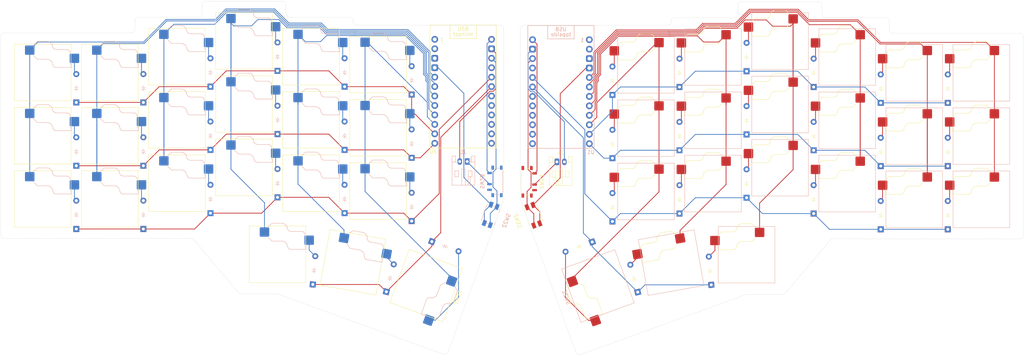
<source format=kicad_pcb>
(kicad_pcb (version 20241229) (generator "pcbnew") (generator_version "9.0")
  (layers (0 "F.Cu" signal) (2 "B.Cu" signal) (13 "F.Paste" user) (15 "B.Paste" user) (5 "F.SilkS" user "F.Silkscreen") (7 "B.SilkS" user "B.Silkscreen") (1 "F.Mask" user) (3 "B.Mask" user) (25 "Edge.Cuts" user))
  (net 0 "")
  (net 1 "Net-(D1-A)")
  (net 2 "Row 1")
  (net 3 "Net-(D2-A)")
  (net 4 "Net-(D3-A)")
  (net 5 "Net-(D4-A)")
  (net 6 "Net-(D5-A)")
  (net 7 "Net-(D6-A)")
  (net 8 "Column 6")
  (net 9 "Net-(D7-A)")
  (net 10 "Net-(D8-A)")
  (net 11 "Net-(D9-A)")
  (net 12 "Net-(D10-A)")
  (net 13 "Net-(D11-A)")
  (net 14 "Net-(D12-A)")
  (net 15 "Net-(D13-A)")
  (net 16 "Net-(D14-A)")
  (net 17 "Net-(D15-A)")
  (net 18 "Net-(D16-A)")
  (net 19 "Net-(D17-A)")
  (net 20 "Net-(D18-A)")
  (net 21 "Net-(D19-A)")
  (net 22 "Row 4")
  (net 23 "Net-(D20-A)")
  (net 24 "Net-(D21-A)")
  (net 25 "Column 1")
  (net 26 "Column 2")
  (net 27 "Column 3")
  (net 28 "Column 4")
  (net 29 "Column 5")
  (net 30 "Row 2")
  (net 31 "Row 3")
  (net 32 "Bat+")
  (net 33 "Net-(J1-Pin_1)")
  (net 41 "GND(Battery)")
  (net 43 "GND(Reset)")
  (net 46 "Reset")
  (footprint "MountingHole:MountingHole_2.2mm_M2" (layer "F.Cu") (at 123.322496 96.625)
    (property "Reference" "REF**" (hide yes))
    (property "Value" "MountingHole_2.2mm_M2" (hide yes))
  )
  (footprint "ScottoKeebs_Hotswap:Hotswap_Choc_V1_1.00u" (layer "F.Cu") (at 109.822496 98.75)
    (property "Reference" "SW18" (hide yes))
    (property "Value" "Keyswitch" (hide yes))
  )
  (footprint "ScottoKeebs_Components:Diode_DO-35" (layer "F.Cu") (at 244.7 75.035 90)
    (property "Reference" "D2" (hide yes))
    (property "Value" "1N4148" (hide yes))
  )
  (footprint "ScottoKeebs_Components:Diode_DO-35" (layer "F.Cu") (at 226.7 87.785 90)
    (property "Reference" "D9" (hide yes))
    (property "Value" "1N4148" (hide yes))
  )
  (footprint "ScottoKeebs_Hotswap:Hotswap_Choc_V1_1.00u" (layer "F.Cu") (at 73.822496 75.375)
    (property "Reference" "SW10" (hide yes))
    (property "Value" "Keyswitch" (hide yes))
  )
  (footprint "ScottoKeebs_Components:Diode_DO-35" (layer "F.Cu") (at 226.7 70.785 90)
    (property "Reference" "D3" (hide yes))
    (property "Value" "1N4148" (hide yes))
  )
  (footprint "ScottoKeebs_Hotswap:Hotswap_Choc_V1_1.00u" (layer "F.Cu") (at 37.822496 100.875)
    (property "Reference" "SW14" (hide yes))
    (property "Value" "Keyswitch" (hide yes))
  )
  (footprint "ScottoKeebs_Components:Diode_DO-35" (layer "F.Cu") (at 208.7 100.535 90)
    (property "Reference" "D16" (hide yes))
    (property "Value" "1N4148" (hide yes))
  )
  (footprint "ScottoKeebs_Components:Diode_DO-35" (layer "F.Cu") (at 208.7 66.535 90)
    (property "Reference" "D4" (hide yes))
    (property "Value" "1N4148" (hide yes))
  )
  (footprint "ScottoKeebs_Hotswap:Hotswap_Choc_V1_1.00u" (layer "F.Cu") (at 19.822496 100.875)
    (property "Reference" "SW13" (hide yes))
    (property "Value" "Keyswitch" (hide yes))
  )
  (footprint "Button_Switch_SMD:Panasonic_EVQPUJ_EVQPUA" (layer "F.Cu") (at 151.5 105.25 110)
    (property "Reference" "SW22")
    (property "Value" "SW_Push")
  )
  (footprint "ScottoKeebs_Components:Diode_DO-35" (layer "F.Cu") (at 172.7 89.91 90)
    (property "Reference" "D12" (hide yes))
    (property "Value" "1N4148" (hide yes))
  )
  (footprint "ScottoKeebs_Components:Diode_DO-35" (layer "F.Cu") (at 244.7 109.035 90)
    (property "Reference" "D14" (hide yes))
    (property "Value" "1N4148" (hide yes))
  )
  (footprint "ScottoKeebs_Hotswap:Hotswap_Choc_V1_1.00u" (layer "F.Cu") (at 82.822496 115.75)
    (property "Reference" "SW19" (hide yes))
    (property "Value" "Keyswitch" (hide yes))
  )
  (footprint "ScottoKeebs_Hotswap:Hotswap_Choc_V1_1.00u" (layer "F.Cu") (at 91.822496 79.625)
    (property "Reference" "SW11" (hide yes))
    (property "Value" "Keyswitch" (hide yes))
  )
  (footprint "ScottoKeebs_Components:Diode_DO-35" (layer "F.Cu") (at 179.486099 125.905177 105)
    (property "Reference" "D20" (hide yes))
    (property "Value" "1N4148" (hide yes))
  )
  (footprint "ScottoKeebs_Hotswap:Hotswap_Choc_V1_1.00u" (layer "F.Cu") (at 91.822496 62.625)
    (property "Reference" "SW5" (hide yes))
    (property "Value" "Keyswitch" (hide yes))
  )
  (footprint "ScottoKeebs_Components:Diode_DO-35" (layer "F.Cu") (at 190.7 87.785 90)
    (property "Reference" "D11" (hide yes))
    (property "Value" "1N4148" (hide yes))
  )
  (footprint "ScottoKeebs_Hotswap:Hotswap_Choc_V1_1.00u" (layer "F.Cu") (at 73.822496 92.375)
    (property "Reference" "SW16" (hide yes))
    (property "Value" "Keyswitch" (hide yes))
  )
  (footprint "MountingHole:MountingHole_2.2mm_M2" (layer "F.Cu") (at 10.822496 109.375)
    (property "Reference" "REF**" (hide yes))
    (property "Value" "MountingHole_2.2mm_M2" (hide yes))
  )
  (footprint "ScottoKeebs_Components:Diode_DO-35" (layer "F.Cu") (at 167.28023 112.421904 -160)
    (property "Reference" "D21" (hide yes))
    (property "Value" "1N4148" (hide yes))
  )
  (footprint "Connector_JST:JST_PH_S2B-PH-K_1x02_P2.00mm_Horizontal" (layer "F.Cu") (at 157.8 90.9)
    (property "Reference" "J1")
    (property "Value" "Conn_01x02")
  )
  (footprint "ScottoKeebs_Components:Diode_DO-35" (layer "F.Cu") (at 190.7 104.785 90)
    (property "Reference" "D17" (hide yes))
    (property "Value" "1N4148" (hide yes))
  )
  (footprint "ScottoKeebs_Components:Diode_DO-35" (layer "F.Cu") (at 199.232063 123.945502 95)
    (property "Reference" "D19" (hide yes))
    (property "Value" "1N4148" (hide yes))
  )
  (footprint "ScottoKeebs_Components:Diode_DO-35" (layer "F.Cu") (at 262.7 109.035 90)
    (property "Reference" "D13" (hide yes))
    (property "Value" "1N4148" (hide yes))
  )
  (footprint "ScottoKeebs_Components:Switch_MSK12C02" (layer "F.Cu") (at 149.8 96.25 90)
    (property "Reference" "SW23")
    (property "Value" "SW_SPST")
  )
  (footprint "ScottoKeebs_Hotswap:Hotswap_Choc_V1_1.00u" (layer "F.Cu") (at 55.822496 79.625)
    (property "Reference" "SW9" (hide yes))
    (property "Value" "Keyswitch" (hide yes))
  )
  (footprint "MountingHole:MountingHole_2.2mm_M2" (layer "F.Cu") (at 10.822496 58.375)
    (property "Reference" "REF**" (hide yes))
    (property "Value" "MountingHole_2.2mm_M2" (hide yes))
  )
  (footprint "supermini:SuperMini_nRF52840_H_USBup" (layer "F.Cu") (at 132.642496 71.94)
    (property "Reference" "U1")
    (property "Value" "SuperMini nRF52840")
  )
  (footprint "ScottoKeebs_Components:Diode_DO-35" (layer "F.Cu") (at 244.7 92.035 90)
    (property "Reference" "D8" (hide yes))
    (property "Value" "1N4148" (hide yes))
  )
  (footprint "ScottoKeebs_Hotswap:Hotswap_Choc_V1_1.00u" (layer "F.Cu") (at 73.822496 58.375)
    (property "Reference" "SW4" (hide yes))
    (property "Value" "Keyswitch" (hide yes))
  )
  (footprint "ScottoKeebs_Components:Diode_DO-35" (layer "F.Cu") (at 262.7 92.035 90)
    (property "Reference" "D7" (hide yes))
    (property "Value" "1N4148" (hide yes))
  )
  (footprint "MountingHole:MountingHole_2.2mm_M2" (layer "F.Cu") (at 64.822496 49.875)
    (property "Reference" "REF**" (hide yes))
    (property "Value" "MountingHole_2.2mm_M2" (hide yes))
  )
  (footprint "ScottoKeebs_Components:Diode_DO-35" (layer "F.Cu") (at 226.7 104.785 90)
    (property "Reference" "D15" (hide yes))
    (property "Value" "1N4148" (hide yes))
  )
  (footprint "MountingHole:MountingHole_2.2mm_M2" (layer "F.Cu") (at 126.522496 138.75)
    (property "Reference" "REF**" (hide yes))
    (property "Value" "MountingHole_2.2mm_M2" (hide yes))
  )
  (footprint "ScottoKeebs_Hotswap:Hotswap_Choc_V1_1.00u" (layer "F.Cu") (at 19.822496 83.875)
    (property "Reference" "SW7" (hide yes))
    (property "Value" "Keyswitch" (hide yes))
  )
  (footprint "ScottoKeebs_Components:Diode_DO-35" (layer "F.Cu") (at 190.7 70.785 90)
    (property "Reference" "D5" (hide yes))
    (property "Value" "1N4148" (hide yes))
  )
  (footprint "ScottoKeebs_Hotswap:Hotswap_Choc_V1_1.00u" (layer "F.Cu") (at 109.822496 64.75)
    (property "Reference" "SW6" (hide yes))
    (property "Value" "Keyswitch" (hide yes))
  )
  (footprint "ScottoKeebs_Hotswap:Hotswap_Choc_V1_1.00u" (layer "F.Cu") (at 55.822496 62.625)
    (property "Reference" "SW3" (hide yes))
    (property "Value" "Keyswitch" (hide yes))
  )
  (footprint "ScottoKeebs_Components:Diode_DO-35" (layer "F.Cu") (at 172.7 72.91 90)
    (property "Reference" "D6" (hide yes))
    (property "Value" "1N4148" (hide yes))
  )
  (footprint "MountingHole:MountingHole_2.2mm_M2" (layer "F.Cu") (at 121.072496 56.25)
    (property "Reference" "REF**" (hide yes))
    (property "Value" "MountingHole_2.2mm_M2" (hide yes))
  )
  (footprint "ScottoKeebs_Components:Diode_DO-35" (layer "F.Cu") (at 262.7 75.035 90)
    (property "Reference" "D1" (hide yes))
    (property "Value" "1N4148" (hide yes))
  )
  (footprint "ScottoKeebs_Components:Diode_DO-35" (layer "F.Cu") (at 172.7 106.91 90)
    (property "Reference" "D18" (hide yes))
    (property "Value" "1N4148" (hide yes))
  )
  (footprint "ScottoKeebs_Hotswap:Hotswap_Choc_V1_1.00u" (layer "F.Cu") (at 19.822496 66.875)
    (property "Reference" "SW1" (hide yes))
    (property "Value" "Keyswitch" (hide yes))
  )
  (footprint "ScottoKeebs_Hotswap:Hotswap_Choc_V1_1.00u" (layer "F.Cu") (at 103.072496 117.875 -10)
    (property "Reference" "SW20" (hide yes))
    (property "Value" "Keyswitch" (hide yes))
  )
  (footprint "ScottoKeebs_Hotswap:Hotswap_Choc_V1_1.00u" (layer "F.Cu") (at 37.822496 83.875)
    (property "Reference" "SW8" (hide yes))
    (property "Value" "Keyswitch" (hide yes))
  )
  (footprint "ScottoKeebs_Hotswap:Hotswap_Choc_V1_1.50u" (layer "F.Cu") (at 122.722496 124.15 -110)
    (property "Reference" "SW21")
    (property "Value" "Keyswitch")
  )
  (footprint "MountingHole:MountingHole_2.2mm_M2" (layer "F.Cu") (at 67.072496 111.5)
    (property "Reference" "REF**" (hide yes))
    (property "Value" "MountingHole_2.2mm_M2" (hide yes))
  )
  (footprint "ScottoKeebs_Hotswap:Hotswap_Choc_V1_1.00u" (layer "F.Cu") (at 55.822496 96.625)
    (property "Reference" "SW15" (hide yes))
    (property "Value" "Keyswitch" (hide yes))
  )
  (footprint "ScottoKeebs_Hotswap:Hotswap_Choc_V1_1.00u" (layer "F.Cu") (at 91.822496 96.625)
    (property "Reference" "SW17" (hide yes))
    (property "Value" "Keyswitch" (hide yes))
  )
  (footprint "ScottoKeebs_Hotswap:Hotswap_Choc_V1_1.00u" (layer "F.Cu") (at 37.822496 66.875)
    (property "Reference" "SW2" (hide yes))
    (property "Value" "Keyswitch" (hide yes))
  )
  (footprint "ScottoKeebs_Components:Diode_DO-35" (layer "F.Cu") (at 208.7 83.535 90)
    (property "Reference" "D10" (hide yes))
    (property "Value" "1N4148" (hide yes))
  )
  (footprint "ScottoKeebs_Hotswap:Hotswap_Choc_V1_1.00u" (layer "F.Cu") (at 109.822496 81.75)
    (property "Reference" "SW12" (hide yes))
    (property "Value" "Keyswitch" (hide yes))
  )
  (footprint "ScottoKeebs_Hotswap:Hotswap_Choc_V1_1.00u" (layer "B.Cu") (at 253.7 83.975 180)
    (property "Reference" "SW8" (hide yes))
    (property "Value" "Keyswitch" (hide yes))
  )
  (footprint "ScottoKeebs_Components:Diode_DO-35" (layer "B.Cu") (at 100.822496 70.685 90)
    (property "Reference" "D5" (hide yes))
    (property "Value" "1N4148" (hide yes))
  )
  (footprint "MountingHole:MountingHole_2.2mm_M2" (layer "B.Cu") (at 224.45 111.6 180)
    (property "Reference" "REF**" (hide yes))
    (property "Value" "MountingHole_2.2mm_M2" (hide yes))
  )
  (footprint "ScottoKeebs_Components:Diode_DO-35" (layer "B.Cu") (at 28.822496 108.935 90)
    (property "Reference" "D13" (hide yes))
    (property "Value" "1N4148" (hide yes))
  )
  (footprint "ScottoKeebs_Hotswap:Hotswap_Choc_V1_1.00u" (layer "B.Cu") (at 235.7 79.725 180)
    (property "Reference" "SW9" (hide yes))
    (property "Value" "Keyswitch" (hide yes))
  )
  (footprint "ScottoKeebs_Components:Diode_DO-35" (layer "B.Cu") (at 28.822496 91.935 90)
    (property "Reference" "D7" (hide yes))
    (property "Value" "1N4148" (hide yes))
  )
  (footprint "MountingHole:MountingHole_2.2mm_M2" (layer "B.Cu") (at 168.2 96.725 180)
    (property "Reference" "REF**" (hide yes))
    (property "Value" "MountingHole_2.2mm_M2" (hide yes))
  )
  (footprint "MountingHole:MountingHole_2.2mm_M2" (layer "B.Cu") (at 165 138.85 180)
    (property "Reference" "REF**" (hide yes))
    (property "Value" "MountingHole_2.2mm_M2" (hide yes))
  )
  (footprint "ScottoKeebs_Components:Diode_DO-35" (layer "B.Cu") (at 92.290433 123.845502 85)
    (property "Reference" "D19" (hide yes))
    (property "Value" "1N4148" (hide yes))
  )
  (footprint "ScottoKeebs_Hotswap:Hotswap_Choc_V1_1.50u" (layer "B.Cu") (at 168.8 124.25 -70)
    (property "Reference" "SW21")
    (property "Value" "Keyswitch")
  )
  (footprint "ScottoKeebs_Components:Diode_DO-35" (layer "B.Cu") (at 100.822496 87.685 90)
    (property "Reference" "D11" (hide yes))
    (property "Value" "1N4148" (hide yes))
  )
  (footprint "ScottoKeebs_Hotswap:Hotswap_Choc_V1_1.00u" (layer "B.Cu") (at 217.7 92.475 180)
    (property "Reference" "SW16" (hide yes))
    (property "Value" "Keyswitch" (hide yes))
  )
  (footprint "ScottoKeebs_Hotswap:Hotswap_Choc_V1_1.00u" (layer "B.Cu") (at 181.7 81.85 180)
    (property "Reference" "SW12" (hide yes))
    (property "Value" "Keyswitch" (hide yes))
  )
  (footprint "MountingHole:MountingHole_2.2mm_M2" (layer "B.Cu") (at 280.7 58.475 180)
    (property "Reference" "REF**" (hide yes))
    (property "Value" "MountingHole_2.2mm_M2" (hide yes))
  )
  (footprint "ScottoKeebs_Components:Diode_DO-35" (layer "B.Cu") (at 118.822496 89.81 90)
    (property "Reference" "D12" (hide yes))
    (property "Value" "1N4148" (hide yes))
  )
  (footprint "MountingHole:MountingHole_2.2mm_M2" (layer "B.Cu") (at 226.7 49.975 180)
    (property "Reference" "REF**" (hide yes))
    (property "Value" "MountingHole_2.2mm_M2" (hide yes))
  )
  (footprint "ScottoKeebs_Hotswap:Hotswap_Choc_V1_1.00u" (layer "B.Cu") (at 199.7 96.725 180)
    (property "Reference" "SW17" (hide yes))
    (property "Value" "Keyswitch" (hide yes))
  )
  (footprint "ScottoKeebs_Components:Diode_DO-35" (layer "B.Cu") (at 28.822496 74.935 90)
    (property "Reference" "D1" (hide yes))
    (property "Value" "1N4148" (hide yes))
  )
  (footprint "ScottoKeebs_Hotswap:Hotswap_Choc_V1_1.00u" (layer "B.Cu") (at 235.7 62.725 180)
    (property "Reference" "SW3" (hide yes))
    (property "Value" "Keyswitch" (hide yes))
  )
  (footprint "ScottoKeebs_Components:Diode_DO-35" (layer "B.Cu") (at 82.822496 100.435 90)
    (property "Reference" "D16" (hide yes))
    (property "Value" "1N4148" (hide yes))
  )
  (footprint "ScottoKeebs_Components:Diode_DO-35" (layer "B.Cu") (at 46.822496 108.935 90)
    (property "Reference" "D14" (hide yes))
    (property "Value" "1N4148" (hide yes))
  )
  (footprint "ScottoKeebs_Components:Switch_MSK12C02" (layer "B.Cu") (at 141.722496 96.15 90)
    (property "Reference" "SW23")
    (property "Value" "SW_SPST")
  )
  (footprint "ScottoKeebs_Hotswap:Hotswap_Choc_V1_1.00u" (layer "B.Cu") (at 188.45 117.975 -170)
    (property "Reference" "SW20" (hide yes))
    (property "Value" "Keyswitch" (hide yes))
  )
  (footprint "ScottoKeebs_Hotswap:Hotswap_Choc_V1_1.00u" (layer "B.Cu") (at 253.7 66.975 180)
    (property "Reference" "SW2" (hide yes))
    (property "Value" "Keyswitch" (hide yes))
  )
  (footprint "ScottoKeebs_Components:Diode_DO-35" (layer "B.Cu") (at 82.822496 66.435 90)
    (property "Reference" "D4" (hide yes))
    (property "Value" "1N4148" (hide yes))
  )
  (footprint "ScottoKeebs_Hotswap:Hotswap_Choc_V1_1.00u" (layer "B.Cu") (at 235.7 96.725 180)
    (property "Reference" "SW15" (hide yes))
    (property "Value" "Keyswitch" (hide yes))
  )
  (footprint "supermini:SuperMini_nRF52840_H_USBup" (layer "B.Cu") (at 158.88 72.04 180)
    (property "Reference" "U1")
    (property "Value" "SuperMini nRF52840")
  )
  (footprint "ScottoKeebs_Components:Diode_DO-35" (layer "B.Cu") (at 118.822496 72.81 90)
    (property "Reference" "D6" (hide yes))
    (property "Value" "1N4148" (hide yes))
  )
  (footprint "ScottoKeebs_Components:Diode_DO-35" (layer "B.Cu") (at 82.822496 83.435 90)
    (property "Reference" "D10" (hide yes))
    (property "Value" "1N4148" (hide yes))
  )
  (footprint "ScottoKeebs_Components:Diode_DO-35" (layer "B.Cu") (at 100.822496 104.685 90)
    (property "Reference" "D17" (hide yes))
    (property "Value" "1N4148" (hide yes))
  )
  (footprint "ScottoKeebs_Hotswap:Hotswap_Choc_V1_1.00u" (layer "B.Cu") (at 181.7 98.85 180)
    (property "Reference" "SW18" (hide yes))
    (property "Value" "Keyswitch" (hide yes))
  )
  (footprint "ScottoKeebs_Hotswap:Hotswap_Choc_V1_1.00u" (layer "B.Cu") (at 208.7 115.85 180)
    (property "Reference" "SW19" (hide yes))
    (property "Value" "Keyswitch" (hide yes))
  )
  (footprint "ScottoKeebs_Components:Diode_DO-35" (layer "B.Cu") (at 124.242266 112.321904 -20)
    (property "Reference" "D21" (hide yes))
    (property "Value" "1N4148" (hide yes))
  )
  (footprint "ScottoKeebs_Hotswap:Hotswap_Choc_V1_1.00u" (layer "B.Cu") (at 271.7 66.975 180)
    (property "Reference" "SW1" (hide yes))
    (property "Value" "Keyswitch" (hide yes))
  )
  (footprint "ScottoKeebs_Components:Diode_DO-35" (layer "B.Cu") (at 112.036397 125.805177 75)
    (property "Reference" "D20" (hide yes))
    (property "Value" "1N4148" (hide yes))
  )
  (footprint "Button_Switch_SMD:Panasonic_EVQPUJ_EVQPUA" (layer "B.Cu") (at 140.022496 105.15 70)
    (property "Reference" "SW22")
    (property "Value" "SW_Push")
  )
  (footprint "ScottoKeebs_Components:Diode_DO-35" (layer "B.Cu") (at 64.822496 104.685 90)
    (property "Reference" "D15" (hide yes))
    (property "Value" "1N4148" (hide yes))
  )
  (footprint "ScottoKeebs_Components:Diode_DO-35" (layer "B.Cu") (at 46.822496 91.935 90)
    (property "Reference" "D8" (hide yes))
    (property "Value" "1N4148" (hide yes))
  )
  (footprint "ScottoKeebs_Hotswap:Hotswap_Choc_V1_1.00u" (layer "B.Cu") (at 271.7 100.975 180)
    (property "Reference" "SW13" (hide yes))
    (property "Value" "Keyswitch" (hide yes))
  )
  (footprint "ScottoKeebs_Hotswap:Hotswap_Choc_V1_1.00u" (layer "B.Cu") (at 217.7 75.475 180)
    (property "Reference" "SW10" (hide yes))
    (property "Value" "Keyswitch" (hide yes))
  )
  (footprint "ScottoKeebs_Components:Diode_DO-35" (layer "B.Cu") (at 64.822496 87.685 90)
    (property "Reference" "D9" (hide yes))
    (property "Value" "1N4148" (hide yes))
  )
  (footprint "ScottoKeebs_Hotswap:Hotswap_Choc_V1_1.00u" (layer "B.Cu") (at 199.7 79.725 180)
    (property "Reference" "SW11" (hide yes))
    (property "Value" "Keyswitch" (hide yes))
  )
  (footprint "ScottoKeebs_Hotswap:Hotswap_Choc_V1_1.00u" (layer "B.Cu") (at 217.7 58.475 180)
    (property "Reference" "SW4" (hide yes))
    (property "Value" "Keyswitch" (hide yes))
  )
  (footprint "ScottoKeebs_Hotswap:Hotswap_Choc_V1_1.00u" (layer "B.Cu") (at 253.7 100.975 180)
    (property "Reference" "SW14" (hide yes))
    (property "Value" "Keyswitch" (hide yes))
  )
  (footprint "ScottoKeebs_Components:Diode_DO-35" (layer "B.Cu") (at 46.822496 74.935 90)
    (property "Reference" "D2" (hide yes))
    (property "Value" "1N4148" (hide yes))
  )
  (footprint "Connector_JST:JST_PH_S2B-PH-K_1x02_P2.00mm_Horizontal" (layer "B.Cu") (at 133.722496 90.8 180)
    (property "Reference" "J1")
    (property "Value" "Conn_01x02")
  )
  (footprint "ScottoKeebs_Hotswap:Hotswap_Choc_V1_1.00u" (layer "B.Cu") (at 199.7 62.725 180)
    (property "Reference" "SW5" (hide yes))
    (property "Value" "Keyswitch" (hide yes))
  )
  (footprint "ScottoKeebs_Hotswap:Hotswap_Choc_V1_1.00u" (layer "B.Cu") (at 271.7 83.975 180)
    (property "Reference" "SW7" (hide yes))
    (property "Value" "Keyswitch" (hide yes))
  )
  (footprint "MountingHole:MountingHole_2.2mm_M2" (layer "B.Cu") (at 170.45 56.35 180)
    (property "Reference" "REF**" (hide yes))
    (property "Value" "MountingHole_2.2mm_M2" (hide yes))
  )
  (footprint "ScottoKeebs_Components:Diode_DO-35" (layer "B.Cu") (at 64.822496 70.685 90)
    (property "Reference" "D3" (hide yes))
    (property "Value" "1N4148" (hide yes))
  )
  (footprint "ScottoKeebs_Hotswap:Hotswap_Choc_V1_1.00u" (layer "B.Cu") (at 181.7 64.85 180)
    (property "Reference" "SW6" (hide yes))
    (property "Value" "Keyswitch" (hide yes))
  )
  (footprint "MountingHole:MountingHole_2.2mm_M2" (layer "B.Cu") (at 280.7 109.475 180)
    (property "Reference" "REF**" (hide yes))
    (property "Value" "MountingHole_2.2mm_M2" (hide yes))
  )
  (footprint "ScottoKeebs_Components:Diode_DO-35" (layer "B.Cu") (at 118.822496 106.81 90)
    (property "Reference" "D18" (hide yes))
    (property "Value" "1N4148" (hide yes))
  )
  (gr_arc (start 142.552496 54.125) (mid 143.272637 54.410716) (end 143.572696 55.125) (stroke (width 0.05)) (layer "Edge.Cuts"))
  (gr_arc (start 62.572496 51) (mid 62.279603 51.707107) (end 61.572496 52) (stroke (width 0.05)) (layer "Edge.Cuts"))
  (gr_line (start 8.572496 110.5) (end 8.572496 57.25) (stroke (width 0.05)) (layer "Edge.Cuts"))
  (gr_arc (start 247.95 56.35) (mid 247.242893 56.057107) (end 246.95 55.35) (stroke (width 0.05)) (layer "Edge.Cuts"))
  (gr_line (start 228.95 51.1) (end 228.95 48.85) (stroke (width 0.05)) (layer "Edge.Cuts"))
  (gr_line (start 173.869545 139.164308) (end 164.195375 142.685906) (stroke (width 0.05)) (layer "Edge.Cuts"))
  (gr_line (start 60.322482 111.804701) (end 72.345585 126.020758) (stroke (width 0.05)) (layer "Edge.Cuts"))
  (gr_arc (start 9.572496 111.5) (mid 8.865389 111.207107) (end 8.572496 110.5) (stroke (width 0.05)) (layer "Edge.Cuts"))
  (gr_line (start 281.95 56.35) (end 247.95 56.35) (stroke (width 0.05)) (layer "Edge.Cuts"))
  (gr_line (start 245.95 52.1) (end 229.95 52.1) (stroke (width 0.05)) (layer "Edge.Cuts"))
  (gr_line (start 117.652951 139.064308) (end 82.954449 126.435306) (stroke (width 0.05)) (layer "Edge.Cuts"))
  (gr_arc (start 231.200014 111.904701) (mid 231.543148 111.643119) (end 231.964547 111.55046) (stroke (width 0.05)) (layer "Edge.Cuts"))
  (gr_line (start 218.413369 126.475) (end 208.910062 126.475) (stroke (width 0.05)) (layer "Edge.Cuts"))
  (gr_line (start 281.95 111.6) (end 231.964547 111.55046) (stroke (width 0.05)) (layer "Edge.Cuts"))
  (gr_line (start 187.45 54.225) (end 148.97 54.225) (stroke (width 0.05)) (layer "Edge.Cuts"))
  (gr_line (start 227.95 47.85) (end 207.45 47.85) (stroke (width 0.05)) (layer "Edge.Cuts"))
  (gr_line (start 143.512195 101.038209) (end 128.608885 141.988223) (stroke (width 0.05)) (layer "Edge.Cuts"))
  (gr_arc (start 102.072496 52) (mid 102.779603 52.292893) (end 103.072496 53) (stroke (width 0.05)) (layer "Edge.Cuts"))
  (gr_line (start 103.072496 53) (end 103.072496 53.125) (stroke (width 0.05)) (layer "Edge.Cuts"))
  (gr_arc (start 188.45 53.225) (mid 188.157107 53.932107) (end 187.45 54.225) (stroke (width 0.05)) (layer "Edge.Cuts"))
  (gr_line (start 246.95 55.35) (end 246.95 53.1) (stroke (width 0.05)) (layer "Edge.Cuts"))
  (gr_line (start 62.572496 51) (end 62.572496 48.75) (stroke (width 0.05)) (layer "Edge.Cuts"))
  (gr_arc (start 164.195375 142.685906) (mid 163.430692 142.652547) (end 162.913611 142.088223) (stroke (width 0.05)) (layer "Edge.Cuts"))
  (gr_arc (start 62.572496 48.75) (mid 62.865389 48.042893) (end 63.572496 47.75) (stroke (width 0.05)) (layer "Edge.Cuts"))
  (gr_line (start 147.95 55.225) (end 147.95 100.796207) (stroke (width 0.05)) (layer "Edge.Cuts"))
  (gr_line (start 231.200014 111.904701) (end 219.176911 126.120758) (stroke (width 0.05)) (layer "Edge.Cuts"))
  (gr_arc (start 44.572496 53) (mid 44.865389 52.292893) (end 45.572496 52) (stroke (width 0.05)) (layer "Edge.Cuts"))
  (gr_arc (start 282.95 110.6) (mid 282.657107 111.307107) (end 281.95 111.6) (stroke (width 0.05)) (layer "Edge.Cuts"))
  (gr_arc (start 8.572496 57.25) (mid 8.865389 56.542893) (end 9.572496 56.25) (stroke (width 0.05)) (layer "Edge.Cuts"))
  (gr_line (start 143.572496 55.125) (end 143.572496 100.696207) (stroke (width 0.05)) (layer "Edge.Cuts"))
  (gr_arc (start 206.45 48.85) (mid 206.742893 48.142893) (end 207.45 47.85) (stroke (width 0.05)) (layer "Edge.Cuts"))
  (gr_arc (start 245.95 52.1) (mid 246.657107 52.392893) (end 246.95 53.1) (stroke (width 0.05)) (layer "Edge.Cuts"))
  (gr_arc (start 147.9498 55.225) (mid 148.249859 54.510716) (end 148.97 54.225) (stroke (width 0.05)) (layer "Edge.Cuts"))
  (gr_arc (start 143.572496 100.696207) (mid 143.557304 100.869845) (end 143.512195 101.038209) (stroke (width 0.05)) (layer "Edge.Cuts"))
  (gr_line (start 117.652951 139.064308) (end 127.327121 142.585906) (stroke (width 0.05)) (layer "Edge.Cuts"))
  (gr_line (start 9.572496 56.25) (end 43.572496 56.25) (stroke (width 0.05)) (layer "Edge.Cuts"))
  (gr_line (start 9.572496 111.5) (end 59.557949 111.45046) (stroke (width 0.05)) (layer "Edge.Cuts"))
  (gr_arc (start 206.45 51.1) (mid 206.157107 51.807107) (end 205.45 52.1) (stroke (width 0.05)) (layer "Edge.Cuts"))
  (gr_arc (start 104.072496 54.125) (mid 103.365389 53.832107) (end 103.072496 53.125) (stroke (width 0.05)) (layer "Edge.Cuts"))
  (gr_line (start 85.072496 48.75) (end 85.072496 51) (stroke (width 0.05)) (layer "Edge.Cuts"))
  (gr_arc (start 188.45 53.1) (mid 188.742893 52.392893) (end 189.45 52.1) (stroke (width 0.05)) (layer "Edge.Cuts"))
  (gr_line (start 173.869545 139.164308) (end 208.568047 126.535306) (stroke (width 0.05)) (layer "Edge.Cuts"))
  (gr_line (start 205.45 52.1) (end 189.45 52.1) (stroke (width 0.05)) (layer "Edge.Cuts"))
  (gr_line (start 73.109127 126.375) (end 82.612434 126.375) (stroke (width 0.05)) (layer "Edge.Cuts"))
  (gr_arc (start 128.608885 141.988223) (mid 128.09179 142.552516) (end 127.327121 142.585906) (stroke (width 0.05)) (layer "Edge.Cuts"))
  (gr_line (start 63.572496 47.75) (end 84.072496 47.75) (stroke (width 0.05)) (layer "Edge.Cuts"))
  (gr_arc (start 84.072496 47.75) (mid 84.779603 48.042893) (end 85.072496 48.75) (stroke (width 0.05)) (layer "Edge.Cuts"))
  (gr_line (start 86.072496 52) (end 102.072496 52) (stroke (width 0.05)) (layer "Edge.Cuts"))
  (gr_arc (start 281.95 56.35) (mid 282.657107 56.642893) (end 282.95 57.35) (stroke (width 0.05)) (layer "Edge.Cuts"))
  (gr_arc (start 44.572496 55.25) (mid 44.279603 55.957107) (end 43.572496 56.25) (stroke (width 0.05)) (layer "Edge.Cuts"))
  (gr_line (start 188.45 53.1) (end 188.45 53.225) (stroke (width 0.05)) (layer "Edge.Cuts"))
  (gr_line (start 104.072496 54.125) (end 142.552496 54.125) (stroke (width 0.05)) (layer "Edge.Cuts"))
  (gr_arc (start 208.568047 126.535306) (mid 208.736418 126.490204) (end 208.910062 126.475) (stroke (width 0.05)) (layer "Edge.Cuts"))
  (gr_arc (start 219.176911 126.120758) (mid 218.834232 126.382141) (end 218.413369 126.475) (stroke (width 0.05)) (layer "Edge.Cuts"))
  (gr_arc (start 229.95 52.1) (mid 229.242893 51.807107) (end 228.95 51.1) (stroke (width 0.05)) (layer "Edge.Cuts"))
  (gr_arc (start 227.95 47.85) (mid 228.657107 48.142893) (end 228.95 48.85) (stroke (width 0.05)) (layer "Edge.Cuts"))
  (gr_arc (start 148.010301 101.138209) (mid 147.965194 100.969845) (end 147.95 100.796207) (stroke (width 0.05)) (layer "Edge.Cuts"))
  (gr_line (start 148.010301 101.138209) (end 162.913611 142.088223) (stroke (width 0.05)) (layer "Edge.Cuts"))
  (gr_line (start 44.572496 55.25) (end 44.572496 53) (stroke (width 0.05)) (layer "Edge.Cuts"))
  (gr_line (start 45.572496 52) (end 61.572496 52) (stroke (width 0.05)) (layer "Edge.Cuts"))
  (gr_line (start 282.95 110.6) (end 282.95 57.35) (stroke (width 0.05)) (layer "Edge.Cuts"))
  (gr_line (start 206.45 48.85) (end 206.45 51.1) (stroke (width 0.05)) (layer "Edge.Cuts"))
  (gr_arc (start 73.109127 126.375) (mid 72.688262 126.282138) (end 72.345585 126.020758) (stroke (width 0.05)) (layer "Edge.Cuts"))
  (gr_arc (start 59.557949 111.45046) (mid 59.979348 111.543124) (end 60.322482 111.804701) (stroke (width 0.05)) (layer "Edge.Cuts"))
  (gr_arc (start 82.612434 126.375) (mid 82.786078 126.390198) (end 82.954449 126.435306) (stroke (width 0.05)) (layer "Edge.Cuts"))
  (gr_arc (start 86.072496 52) (mid 85.365389 51.707107) (end 85.072496 51) (stroke (width 0.05)) (layer "Edge.Cuts"))
  (segment (start 263.2 66.915) (end 262.7 67.415) (width 0.2) (layer "F.Cu") (net 1))
  (segment (start 263.2 63.175) (end 263.2 66.915) (width 0.2) (layer "F.Cu") (net 1))
  (segment (start 28.322496 63.075) (end 28.322496 66.815) (width 0.2) (layer "B.Cu") (net 1))
  (segment (start 28.322496 66.815) (end 28.822496 67.315) (width 0.2) (layer "B.Cu") (net 1))
  (segment (start 51.072496 70.685) (end 64.822496 70.685) (width 0.2) (layer "F.Cu") (net 2))
  (segment (start 125.022496 83.37) (end 118.822496 77.17) (width 0.2) (layer "F.Cu") (net 2))
  (segment (start 64.822496 70.685) (end 69.072496 66.435) (width 0.2) (layer "F.Cu") (net 2))
  (segment (start 82.822496 66.435) (end 96.572496 66.435) (width 0.2) (layer "F.Cu") (net 2))
  (segment (start 69.072496 66.435) (end 82.822496 66.435) (width 0.2) (layer "F.Cu") (net 2))
  (segment (start 46.822496 74.935) (end 51.072496 70.685) (width 0.2) (layer "F.Cu") (net 2))
  (segment (start 116.697496 70.685) (end 118.822496 72.81) (width 0.2) (layer "F.Cu") (net 2))
  (segment (start 28.822496 74.935) (end 46.822496 74.935) (width 0.2) (layer "F.Cu") (net 2))
  (segment (start 100.822496 70.685) (end 116.697496 70.685) (width 0.2) (layer "F.Cu") (net 2))
  (segment (start 96.572496 66.435) (end 100.822496 70.685) (width 0.2) (layer "F.Cu") (net 2))
  (segment (start 118.822496 77.17) (end 118.822496 72.81) (width 0.2) (layer "F.Cu") (net 2))
  (segment (start 172.7 77.27) (end 172.7 72.91) (width 0.2) (layer "B.Cu") (net 2))
  (segment (start 226.7 70.785) (end 222.45 66.535) (width 0.2) (layer "B.Cu") (net 2))
  (segment (start 166.5 83.47) (end 172.7 77.27) (width 0.2) (layer "B.Cu") (net 2))
  (segment (start 222.45 66.535) (end 208.7 66.535) (width 0.2) (layer "B.Cu") (net 2))
  (segment (start 244.7 75.035) (end 240.45 70.785) (width 0.2) (layer "B.Cu") (net 2))
  (segment (start 194.95 66.535) (end 190.7 70.785) (width 0.2) (layer "B.Cu") (net 2))
  (segment (start 190.7 70.785) (end 174.825 70.785) (width 0.2) (layer "B.Cu") (net 2))
  (segment (start 208.7 66.535) (end 194.95 66.535) (width 0.2) (layer "B.Cu") (net 2))
  (segment (start 262.7 75.035) (end 244.7 75.035) (width 0.2) (layer "B.Cu") (net 2))
  (segment (start 174.825 70.785) (end 172.7 72.91) (width 0.2) (layer "B.Cu") (net 2))
  (segment (start 240.45 70.785) (end 226.7 70.785) (width 0.2) (layer "B.Cu") (net 2))
  (segment (start 245.2 66.915) (end 244.7 67.415) (width 0.2) (layer "F.Cu") (net 3))
  (segment (start 245.2 63.175) (end 245.2 66.915) (width 0.2) (layer "F.Cu") (net 3))
  (segment (start 46.322496 63.075) (end 46.322496 66.815) (width 0.2) (layer "B.Cu") (net 3))
  (segment (start 46.322496 66.815) (end 46.822496 67.315) (width 0.2) (layer "B.Cu") (net 3))
  (segment (start 227.2 62.665) (end 226.7 63.165) (width 0.2) (layer "F.Cu") (net 4))
  (segment (start 227.2 58.925) (end 227.2 62.665) (width 0.2) (layer "F.Cu") (net 4))
  (segment (start 64.322496 62.565) (end 64.822496 63.065) (width 0.2) (layer "B.Cu") (net 4))
  (segment (start 64.322496 58.825) (end 64.322496 62.565) (width 0.2) (layer "B.Cu") (net 4))
  (segment (start 209.2 54.675) (end 209.2 58.415) (width 0.2) (layer "F.Cu") (net 5))
  (segment (start 209.2 58.415) (end 208.7 58.915) (width 0.2) (layer "F.Cu") (net 5))
  (segment (start 82.322496 58.315) (end 82.822496 58.815) (width 0.2) (layer "B.Cu") (net 5))
  (segment (start 82.322496 54.575) (end 82.322496 58.315) (width 0.2) (layer "B.Cu") (net 5))
  (segment (start 191.2 62.665) (end 190.7 63.165) (width 0.2) (layer "F.Cu") (net 6))
  (segment (start 191.2 58.925) (end 191.2 62.665) (width 0.2) (layer "F.Cu") (net 6))
  (segment (start 100.322496 58.825) (end 100.322496 62.565) (width 0.2) (layer "B.Cu") (net 6))
  (segment (start 100.322496 62.565) (end 100.822496 63.065) (width 0.2) (layer "B.Cu") (net 6))
  (segment (start 173.2 64.79) (end 172.7 65.29) (width 0.2) (layer "F.Cu") (net 7))
  (segment (start 173.2 61.05) (end 173.2 64.79) (width 0.2) (layer "F.Cu") (net 7))
  (segment (start 118.322496 60.95) (end 118.322496 64.69) (width 0.2) (layer "B.Cu") (net 7))
  (segment (start 118.322496 64.69) (end 118.822496 65.19) (width 0.2) (layer "B.Cu") (net 7))
  (segment (start 161.964774 122.195915) (end 161.964774 123.013197) (width 0.2) (layer "F.Cu") (net 8))
  (segment (start 185.2 98.960689) (end 161.964774 122.195915) (width 0.2) (layer "F.Cu") (net 8))
  (segment (start 185.2 92.85) (end 185.2 98.960689) (width 0.2) (layer "F.Cu") (net 8))
  (segment (start 168.501 74.981785) (end 168.501 78.929) (width 0.2) (layer "F.Cu") (net 8))
  (segment (start 168.501 78.929) (end 166.5 80.93) (width 0.2) (layer "F.Cu") (net 8))
  (segment (start 185.2 58.85) (end 184.632785 58.85) (width 0.2) (layer "F.Cu") (net 8))
  (segment (start 185.2 75.85) (end 185.2 92.85) (width 0.2) (layer "F.Cu") (net 8))
  (segment (start 185.2 58.85) (end 185.2 75.85) (width 0.2) (layer "F.Cu") (net 8))
  (segment (start 184.632785 58.85) (end 168.501 74.981785) (width 0.2) (layer "F.Cu") (net 8))
  (segment (start 106.322496 58.75) (end 106.322496 75.75) (width 0.2) (layer "B.Cu") (net 8))
  (segment (start 106.889711 58.75) (end 123.021496 74.881785) (width 0.2) (layer "B.Cu") (net 8))
  (segment (start 106.322496 58.75) (end 106.889711 58.75) (width 0.2) (layer "B.Cu") (net 8))
  (segment (start 123.021496 78.829) (end 125.022496 80.83) (width 0.2) (layer "B.Cu") (net 8))
  (segment (start 106.322496 92.75) (end 106.322496 98.860689) (width 0.2) (layer "B.Cu") (net 8))
  (segment (start 106.322496 75.75) (end 106.322496 92.75) (width 0.2) (layer "B.Cu") (net 8))
  (segment (start 123.021496 74.881785) (end 123.021496 78.829) (width 0.2) (layer "B.Cu") (net 8))
  (segment (start 129.557722 122.095915) (end 129.557722 122.913197) (width 0.2) (layer "B.Cu") (net 8))
  (segment (start 106.322496 98.860689) (end 129.557722 122.095915) (width 0.2) (layer "B.Cu") (net 8))
  (segment (start 263.2 80.175) (end 263.2 83.915) (width 0.2) (layer "F.Cu") (net 9))
  (segment (start 263.2 83.915) (end 262.7 84.415) (width 0.2) (layer "F.Cu") (net 9))
  (segment (start 28.322496 80.075) (end 28.322496 83.815) (width 0.2) (layer "B.Cu") (net 9))
  (segment (start 28.322496 83.815) (end 28.822496 84.315) (width 0.2) (layer "B.Cu") (net 9))
  (segment (start 245.2 80.175) (end 245.2 83.915) (width 0.2) (layer "F.Cu") (net 10))
  (segment (start 245.2 83.915) (end 244.7 84.415) (width 0.2) (layer "F.Cu") (net 10))
  (segment (start 46.322496 80.075) (end 46.322496 83.815) (width 0.2) (layer "B.Cu") (net 10))
  (segment (start 46.322496 83.815) (end 46.822496 84.315) (width 0.2) (layer "B.Cu") (net 10))
  (segment (start 227.2 79.665) (end 226.7 80.165) (width 0.2) (layer "F.Cu") (net 11))
  (segment (start 227.2 75.925) (end 227.2 79.665) (width 0.2) (layer "F.Cu") (net 11))
  (segment (start 64.322496 75.825) (end 64.322496 79.565) (width 0.2) (layer "B.Cu") (net 11))
  (segment (start 64.322496 79.565) (end 64.822496 80.065) (width 0.2) (layer "B.Cu") (net 11))
  (segment (start 209.2 71.675) (end 209.2 75.415) (width 0.2) (layer "F.Cu") (net 12))
  (segment (start 209.2 75.415) (end 208.7 75.915) (width 0.2) (layer "F.Cu") (net 12))
  (segment (start 82.322496 71.575) (end 82.322496 75.315) (width 0.2) (layer "B.Cu") (net 12))
  (segment (start 82.322496 75.315) (end 82.822496 75.815) (width 0.2) (layer "B.Cu") (net 12))
  (segment (start 191.2 79.665) (end 190.7 80.165) (width 0.2) (layer "F.Cu") (net 13))
  (segment (start 191.2 75.925) (end 191.2 79.665) (width 0.2) (layer "F.Cu") (net 13))
  (segment (start 100.322496 75.825) (end 100.322496 79.565) (width 0.2) (layer "B.Cu") (net 13))
  (segment (start 100.322496 79.565) (end 100.822496 80.065) (width 0.2) (layer "B.Cu") (net 13))
  (segment (start 173.2 78.05) (end 173.2 81.79) (width 0.2) (layer "F.Cu") (net 14))
  (segment (start 173.2 81.79) (end 172.7 82.29) (width 0.2) (layer "F.Cu") (net 14))
  (segment (start 118.322496 81.69) (end 118.822496 82.19) (width 0.2) (layer "B.Cu") (net 14))
  (segment (start 118.322496 77.95) (end 118.322496 81.69) (width 0.2) (layer "B.Cu") (net 14))
  (segment (start 263.2 100.915) (end 262.7 101.415) (width 0.2) (layer "F.Cu") (net 15))
  (segment (start 263.2 97.175) (end 263.2 100.915) (width 0.2) (layer "F.Cu") (net 15))
  (segment (start 28.322496 97.075) (end 28.322496 100.815) (width 0.2) (layer "B.Cu") (net 15))
  (segment (start 28.322496 100.815) (end 28.822496 101.315) (width 0.2) (layer "B.Cu") (net 15))
  (segment (start 245.2 100.915) (end 244.7 101.415) (width 0.2) (layer "F.Cu") (net 16))
  (segment (start 245.2 97.175) (end 245.2 100.915) (width 0.2) (layer "F.Cu") (net 16))
  (segment (start 46.322496 100.815) (end 46.822496 101.315) (width 0.2) (layer "B.Cu") (net 16))
  (segment (start 46.322496 97.075) (end 46.322496 100.815) (width 0.2) (layer "B.Cu") (net 16))
  (segment (start 227.2 92.925) (end 227.2 96.665) (width 0.2) (layer "F.Cu") (net 17))
  (segment (start 227.2 96.665) (end 226.7 97.165) (width 0.2) (layer "F.Cu") (net 17))
  (segment (start 64.322496 96.565) (end 64.822496 97.065) (width 0.2) (layer "B.Cu") (net 17))
  (segment (start 64.322496 92.825) (end 64.322496 96.565) (width 0.2) (layer "B.Cu") (net 17))
  (segment (start 209.2 92.415) (end 208.7 92.915) (width 0.2) (layer "F.Cu") (net 18))
  (segment (start 209.2 88.675) (end 209.2 92.415) (width 0.2) (layer "F.Cu") (net 18))
  (segment (start 82.322496 88.575) (end 82.322496 92.315) (width 0.2) (layer "B.Cu") (net 18))
  (segment (start 82.322496 92.315) (end 82.822496 92.815) (width 0.2) (layer "B.Cu") (net 18))
  (segment (start 191.2 96.665) (end 190.7 97.165) (width 0.2) (layer "F.Cu") (net 19))
  (segment (start 191.2 92.925) (end 191.2 96.665) (width 0.2) (layer "F.Cu") (net 19))
  (segment (start 100.322496 96.565) (end 100.822496 97.065) (width 0.2) (layer "B.Cu") (net 19))
  (segment (start 100.322496 92.825) (end 100.322496 96.565) (width 0.2) (layer "B.Cu") (net 19))
  (segment (start 173.2 95.05) (end 173.2 98.79) (width 0.2) (layer "F.Cu") (net 20))
  (segment (start 173.2 98.79) (end 172.7 99.29) (width 0.2) (layer "F.Cu") (net 20))
  (segment (start 118.322496 94.95) (end 118.322496 98.69) (width 0.2) (layer "B.Cu") (net 20))
  (segment (start 118.322496 98.69) (end 118.822496 99.19) (width 0.2) (layer "B.Cu") (net 20))
  (segment (start 200.2 112.05) (end 200.2 114.722434) (width 0.2) (layer "F.Cu") (net 21))
  (segment (start 200.2 114.722434) (end 198.567936 116.354498) (width 0.2) (layer "F.Cu") (net 21))
  (segment (start 91.322496 111.95) (end 91.322496 114.622434) (width 0.2) (layer "B.Cu") (net 21))
  (segment (start 91.322496 114.622434) (end 92.95456 116.254498) (width 0.2) (layer "B.Cu") (net 21))
  (segment (start 112.036397 125.805177) (end 124.242266 113.599308) (width 0.2) (layer "F.Cu") (net 22))
  (segment (start 140.262496 70.67) (end 126.624496 84.308) (width 0.2) (layer "F.Cu") (net 22))
  (segment (start 126.624496 109.939674) (end 124.242266 112.321904) (width 0.2) (layer "F.Cu") (net 22))
  (segment (start 126.624496 84.308) (end 126.624496 109.939674) (width 0.2) (layer "F.Cu") (net 22))
  (segment (start 110.076722 123.845502) (end 112.036397 125.805177) (width 0.2) (layer "F.Cu") (net 22))
  (segment (start 92.290433 123.845502) (end 110.076722 123.845502) (width 0.2) (layer "F.Cu") (net 22))
  (segment (start 124.242266 113.599308) (end 124.242266 112.321904) (width 0.2) (layer "F.Cu") (net 22))
  (segment (start 164.898 110.039674) (end 167.28023 112.421904) (width 0.2) (layer "B.Cu") (net 22))
  (segment (start 199.232063 123.945502) (end 181.445774 123.945502) (width 0.2) (layer "B.Cu") (net 22))
  (segment (start 164.898 84.408) (end 164.898 110.039674) (width 0.2) (layer "B.Cu") (net 22))
  (segment (start 181.445774 123.945502) (end 179.486099 125.905177) (width 0.2) (layer "B.Cu") (net 22))
  (segment (start 167.28023 113.699308) (end 167.28023 112.421904) (width 0.2) (layer "B.Cu") (net 22))
  (segment (start 151.26 70.77) (end 164.898 84.408) (width 0.2) (layer "B.Cu") (net 22))
  (segment (start 179.486099 125.905177) (end 167.28023 113.699308) (width 0.2) (layer "B.Cu") (net 22))
  (segment (start 179.419271 115.70874) (end 179.419271 116.639449) (width 0.2) (layer "F.Cu") (net 23))
  (segment (start 179.419271 116.639449) (end 177.513898 118.544822) (width 0.2) (layer "F.Cu") (net 23))
  (segment (start 112.103225 116.539449) (end 114.008598 118.444822) (width 0.2) (layer "B.Cu") (net 23))
  (segment (start 112.103225 115.60874) (end 112.103225 116.539449) (width 0.2) (layer "B.Cu") (net 23))
  (segment (start 166.31504 133.537064) (end 160.119772 127.341796) (width 0.2) (layer "F.Cu") (net 24))
  (segment (start 168.13634 133.537064) (end 166.31504 133.537064) (width 0.2) (layer "F.Cu") (net 24))
  (segment (start 160.119772 127.341796) (end 160.119772 115.028097) (width 0.2) (layer "F.Cu") (net 24))
  (segment (start 131.402724 127.241796) (end 131.402724 114.928097) (width 0.2) (layer "B.Cu") (net 24))
  (segment (start 123.386156 133.437064) (end 125.207456 133.437064) (width 0.2) (layer "B.Cu") (net 24))
  (segment (start 125.207456 133.437064) (end 131.402724 127.241796) (width 0.2) (layer "B.Cu") (net 24))
  (segment (start 209.441 49.899) (end 205.64 53.7) (width 0.2) (layer "F.Cu") (net 25))
  (segment (start 244.652674 58.798) (end 238.575776 52.721102) (width 0.2) (layer "F.Cu") (net 25))
  (segment (start 195.151001 55.448999) (end 173.711001 55.448999) (width 0.2) (layer "F.Cu") (net 25))
  (segment (start 196.9 53.7) (end 195.151001 55.448999) (width 0.2) (layer "F.Cu") (net 25))
  (segment (start 275.2 77.975) (end 275.2 94.975) (width 0.2) (layer "F.Cu") (net 25))
  (segment (start 273.023 58.798) (end 244.652674 58.798) (width 0.2) (layer "F.Cu") (net 25))
  (segment (start 225.39429 52.721102) (end 222.572188 49.899) (width 0.2) (layer "F.Cu") (net 25))
  (segment (start 275.2 60.975) (end 273.023 58.798) (width 0.2) (layer "F.Cu") (net 25))
  (segment (start 167.701 61.459) (end 167.701 67.029) (width 0.2) (layer "F.Cu") (net 25))
  (segment (start 222.572188 49.899) (end 209.441 49.899) (width 0.2) (layer "F.Cu") (net 25))
  (segment (start 167.701 67.029) (end 166.5 68.23) (width 0.2) (layer "F.Cu") (net 25))
  (segment (start 205.64 53.7) (end 196.9 53.7) (width 0.2) (layer "F.Cu") (net 25))
  (segment (start 238.575776 52.721102) (end 225.39429 52.721102) (width 0.2) (layer "F.Cu") (net 25))
  (segment (start 275.2 60.975) (end 275.2 77.975) (width 0.2) (layer "F.Cu") (net 25))
  (segment (start 173.711001 55.448999) (end 167.701 61.459) (width 0.2) (layer "F.Cu") (net 25))
  (segment (start 18.499496 58.698) (end 46.869822 58.698) (width 0.2) (layer "B.Cu") (net 25))
  (segment (start 123.821496 66.929) (end 125.022496 68.13) (width 0.2) (layer "B.Cu") (net 25))
  (segment (start 123.821496 61.359) (end 123.821496 66.929) (width 0.2) (layer "B.Cu") (net 25))
  (segment (start 66.128206 52.621102) (end 68.950308 49.799) (width 0.2) (layer "B.Cu") (net 25))
  (segment (start 16.322496 60.875) (end 18.499496 58.698) (width 0.2) (layer "B.Cu") (net 25))
  (segment (start 52.94672 52.621102) (end 66.128206 52.621102) (width 0.2) (layer "B.Cu") (net 25))
  (segment (start 96.371495 55.348999) (end 117.811495 55.348999) (width 0.2) (layer "B.Cu") (net 25))
  (segment (start 117.811495 55.348999) (end 123.821496 61.359) (width 0.2) (layer "B.Cu") (net 25))
  (segment (start 94.622496 53.6) (end 96.371495 55.348999) (width 0.2) (layer "B.Cu") (net 25))
  (segment (start 82.081496 49.799) (end 85.882496 53.6) (width 0.2) (layer "B.Cu") (net 25))
  (segment (start 16.322496 77.875) (end 16.322496 94.875) (width 0.2) (layer "B.Cu") (net 25))
  (segment (start 85.882496 53.6) (end 94.622496 53.6) (width 0.2) (layer "B.Cu") (net 25))
  (segment (start 68.950308 49.799) (end 82.081496 49.799) (width 0.2) (layer "B.Cu") (net 25))
  (segment (start 46.869822 58.698) (end 52.94672 52.621102) (width 0.2) (layer "B.Cu") (net 25))
  (segment (start 16.322496 60.875) (end 16.322496 77.875) (width 0.2) (layer "B.Cu") (net 25))
  (segment (start 167.701 67.594686) (end 167.701 68.727471) (width 0.2) (layer "F.Cu") (net 26))
  (segment (start 166.5 69.928471) (end 166.5 70.77) (width 0.2) (layer "F.Cu") (net 26))
  (segment (start 209.605686 50.3) (end 205.805685 54.1) (width 0.2) (layer "F.Cu") (net 26))
  (segment (start 225.22919 53.123102) (end 224.807088 52.701) (width 0.2) (layer "F.Cu") (net 26))
  (segment (start 224.807088 52.701) (end 224.805674 52.701) (width 0.2) (layer "F.Cu") (net 26))
  (segment (start 168.101 67.194686) (end 167.701 67.594686) (width 0.2) (layer "F.Cu") (net 26))
  (segment (start 173.865686 55.86) (end 168.101 61.624686) (width 0.2) (layer "F.Cu") (net 26))
  (segment (start 167.701 68.727471) (end 166.5 69.928471) (width 0.2) (layer "F.Cu") (net 26))
  (segment (start 187.7 55.86) (end 173.865686 55.86) (width 0.2) (layer "F.Cu") (net 26))
  (segment (start 238.409262 53.123102) (end 225.22919 53.123102) (width 0.2) (layer "F.Cu") (net 26))
  (segment (start 257.2 94.975) (end 257.2 60.975) (width 0.2) (layer "F.Cu") (net 26))
  (segment (start 257.2 60.975) (end 255.424 59.199) (width 0.2) (layer "F.Cu") (net 26))
  (segment (start 187.711001 55.848999) (end 187.7 55.86) (width 0.2) (layer "F.Cu") (net 26))
  (segment (start 244.48516 59.199) (end 238.409262 53.123102) (width 0.2) (layer "F.Cu") (net 26))
  (segment (start 224.805674 52.701) (end 222.404674 50.3) (width 0.2) (layer "F.Cu") (net 26))
  (segment (start 205.805685 54.1) (end 197.065686 54.1) (width 0.2) (layer "F.Cu") (net 26))
  (segment (start 168.101 61.624686) (end 168.101 67.194686) (width 0.2) (layer "F.Cu") (net 26))
  (segment (start 222.404674 50.3) (end 209.605686 50.3) (width 0.2) (layer "F.Cu") (net 26))
  (segment (start 255.424 59.199) (end 244.48516 59.199) (width 0.2) (layer "F.Cu") (net 26))
  (segment (start 195.316686 55.848999) (end 187.711001 55.848999) (width 0.2) (layer "F.Cu") (net 26))
  (segment (start 197.065686 54.1) (end 195.316686 55.848999) (width 0.2) (layer "F.Cu") (net 26))
  (segment (start 257.2 94.975) (end 257.2 77.975) (width 0.2) (layer "F.Cu") (net 26))
  (segment (start 36.098496 59.099) (end 47.037336 59.099) (width 0.2) (layer "B.Cu") (net 26))
  (segment (start 53.113234 53.023102) (end 66.293306 53.023102) (width 0.2) (layer "B.Cu") (net 26))
  (segment (start 123.821496 68.627471) (end 125.022496 69.828471) (width 0.2) (layer "B.Cu") (net 26))
  (segment (start 85.716811 54) (end 94.45681 54) (width 0.2) (layer "B.Cu") (net 26))
  (segment (start 66.716822 52.601) (end 69.117822 50.2) (width 0.2) (layer "B.Cu") (net 26))
  (segment (start 123.421496 61.524686) (end 123.421496 67.094686) (width 0.2) (layer "B.Cu") (net 26))
  (segment (start 34.322496 94.875) (end 34.322496 60.875) (width 0.2) (layer "B.Cu") (net 26))
  (segment (start 66.715408 52.601) (end 66.716822 52.601) (width 0.2) (layer "B.Cu") (net 26))
  (segment (start 66.293306 53.023102) (end 66.715408 52.601) (width 0.2) (layer "B.Cu") (net 26))
  (segment (start 125.022496 69.828471) (end 125.022496 70.67) (width 0.2) (layer "B.Cu") (net 26))
  (segment (start 94.45681 54) (end 96.20581 55.748999) (width 0.2) (layer "B.Cu") (net 26))
  (segment (start 103.822496 55.76) (end 117.65681 55.76) (width 0.2) (layer "B.Cu") (net 26))
  (segment (start 34.322496 60.875) (end 36.098496 59.099) (width 0.2) (layer "B.Cu") (net 26))
  (segment (start 47.037336 59.099) (end 53.113234 53.023102) (width 0.2) (layer "B.Cu") (net 26))
  (segment (start 69.117822 50.2) (end 81.91681 50.2) (width 0.2) (layer "B.Cu") (net 26))
  (segment (start 123.421496 67.094686) (end 123.821496 67.494686) (width 0.2) (layer "B.Cu") (net 26))
  (segment (start 117.65681 55.76) (end 123.421496 61.524686) (width 0.2) (layer "B.Cu") (net 26))
  (segment (start 96.20581 55.748999) (end 103.811495 55.748999) (width 0.2) (layer "B.Cu") (net 26))
  (segment (start 103.811495 55.748999) (end 103.822496 55.76) (width 0.2) (layer "B.Cu") (net 26))
  (segment (start 123.821496 67.494686) (end 123.821496 68.627471) (width 0.2) (layer "B.Cu") (net 26))
  (segment (start 34.322496 94.875) (end 34.322496 77.875) (width 0.2) (layer "B.Cu") (net 26))
  (segment (start 81.91681 50.2) (end 85.716811 54) (width 0.2) (layer "B.Cu") (net 26))
  (segment (start 187.876687 56.248999) (end 187.851685 56.274001) (width 0.2) (layer "F.Cu") (net 27))
  (segment (start 222.23616 50.7) (end 209.799571 50.7) (width 0.2) (layer "F.Cu") (net 27))
  (segment (start 168.101 68.893157) (end 167.701 69.293157) (width 0.2) (layer "F.Cu") (net 27))
  (segment (start 205.999571 54.5) (end 197.231372 54.5) (width 0.2) (layer "F.Cu") (net 27))
  (segment (start 197.231372 54.5) (end 195.482371 56.248999) (width 0.2) (layer "F.Cu") (net 27))
  (segment (start 225.56216 54.026) (end 222.23616 50.7) (width 0.2) (layer "F.Cu") (net 27))
  (segment (start 195.482371 56.248999) (end 187.876687 56.248999) (width 0.2) (layer "F.Cu") (net 27))
  (segment (start 239.2 90.725) (end 239.2 73.725) (width 0.2) (layer "F.Cu") (net 27))
  (segment (start 174.017371 56.274001) (end 168.71 61.581372) (width 0.2) (layer "F.Cu") (net 27))
  (segment (start 167.701 69.293157) (end 167.701 72.109) (width 0.2) (layer "F.Cu") (net 27))
  (segment (start 239.2 56.725) (end 236.501 54.026) (width 0.2) (layer "F.Cu") (net 27))
  (segment (start 239.2 90.725) (end 239.2 56.725) (width 0.2) (layer "F.Cu") (net 27))
  (segment (start 168.101 67.760372) (end 168.101 68.893157) (width 0.2) (layer "F.Cu") (net 27))
  (segment (start 168.71 67.151372) (end 168.101 67.760372) (width 0.2) (layer "F.Cu") (net 27))
  (segment (start 168.71 61.581372) (end 168.71 67.151372) (width 0.2) (layer "F.Cu") (net 27))
  (segment (start 187.851685 56.274001) (end 174.017371 56.274001) (width 0.2) (layer "F.Cu") (net 27))
  (segment (start 236.501 54.026) (end 225.56216 54.026) (width 0.2) (layer "F.Cu") (net 27))
  (segment (start 209.799571 50.7) (end 205.999571 54.5) (width 0.2) (layer "F.Cu") (net 27))
  (segment (start 167.701 72.109) (end 166.5 73.31) (width 0.2) (layer "F.Cu") (net 27))
  (segment (start 65.960336 53.926) (end 69.286336 50.6) (width 0.2) (layer "B.Cu") (net 27))
  (segment (start 123.421496 67.660372) (end 123.421496 68.793157) (width 0.2) (layer "B.Cu") (net 27))
  (segment (start 123.821496 72.009) (end 125.022496 73.21) (width 0.2) (layer "B.Cu") (net 27))
  (segment (start 117.505125 56.174001) (end 122.812496 61.481372) (width 0.2) (layer "B.Cu") (net 27))
  (segment (start 94.291124 54.4) (end 96.040125 56.148999) (width 0.2) (layer "B.Cu") (net 27))
  (segment (start 122.812496 67.051372) (end 123.421496 67.660372) (width 0.2) (layer "B.Cu") (net 27))
  (segment (start 122.812496 61.481372) (end 122.812496 67.051372) (width 0.2) (layer "B.Cu") (net 27))
  (segment (start 123.421496 68.793157) (end 123.821496 69.193157) (width 0.2) (layer "B.Cu") (net 27))
  (segment (start 52.322496 90.625) (end 52.322496 73.625) (width 0.2) (layer "B.Cu") (net 27))
  (segment (start 52.322496 90.625) (end 52.322496 56.625) (width 0.2) (layer "B.Cu") (net 27))
  (segment (start 55.021496 53.926) (end 65.960336 53.926) (width 0.2) (layer "B.Cu") (net 27))
  (segment (start 96.040125 56.148999) (end 103.645809 56.148999) (width 0.2) (layer "B.Cu") (net 27))
  (segment (start 52.322496 56.625) (end 55.021496 53.926) (width 0.2) (layer "B.Cu") (net 27))
  (segment (start 69.286336 50.6) (end 81.722925 50.6) (width 0.2) (layer "B.Cu") (net 27))
  (segment (start 81.722925 50.6) (end 85.522925 54.4) (width 0.2) (layer "B.Cu") (net 27))
  (segment (start 103.670811 56.174001) (end 117.505125 56.174001) (width 0.2) (layer "B.Cu") (net 27))
  (segment (start 85.522925 54.4) (end 94.291124 54.4) (width 0.2) (layer "B.Cu") (net 27))
  (segment (start 123.821496 69.193157) (end 123.821496 72.009) (width 0.2) (layer "B.Cu") (net 27))
  (segment (start 103.645809 56.148999) (end 103.670811 56.174001) (width 0.2) (layer "B.Cu") (net 27))
  (segment (start 169.13 67.297058) (end 168.502 67.925058) (width 0.2) (layer "F.Cu") (net 28))
  (segment (start 221.2 52.475) (end 221.2 53.725) (width 0.2) (layer "F.Cu") (net 28))
  (segment (start 221.2 86.475) (end 221.2 92.975) (width 0.2) (layer "F.Cu") (net 28))
  (segment (start 207.624 53.47447) (end 206.14947 54.949) (width 0.2) (layer "F.Cu") (net 28))
  (segment (start 215.675315 54.451) (end 213.984315 52.76) (width 0.2) (layer "F.Cu") (net 28))
  (segment (start 221.2 53.725) (end 220.474 54.451) (width 0.2) (layer "F.Cu") (net 28))
  (segment (start 168.102 69.459257) (end 168.102 74.248) (width 0.2) (layer "F.Cu") (net 28))
  (segment (start 213.984315 52.76) (end 208.305257 52.76) (width 0.2) (layer "F.Cu") (net 28))
  (segment (start 168.502 67.925058) (end 168.502 69.059257) (width 0.2) (layer "F.Cu") (net 28))
  (segment (start 169.13 61.727058) (end 169.13 67.297058) (width 0.2) (layer "F.Cu") (net 28))
  (segment (start 174.182057 56.675001) (end 169.13 61.727058) (width 0.2) (layer "F.Cu") (net 28))
  (segment (start 220.474 54.451) (end 215.675315 54.451) (width 0.2) (layer "F.Cu") (net 28))
  (segment (start 168.102 74.248) (end 166.5 75.85) (width 0.2) (layer "F.Cu") (net 28))
  (segment (start 195.648056 56.648999) (end 188.043787 56.648999) (width 0.2) (layer "F.Cu") (net 28))
  (segment (start 188.017785 56.675001) (end 174.182057 56.675001) (width 0.2) (layer "F.Cu") (net 28))
  (segment (start 197.348057 54.949) (end 195.648056 56.648999) (width 0.2) (layer "F.Cu") (net 28))
  (segment (start 168.502 69.059257) (end 168.102 69.459257) (width 0.2) (layer "F.Cu") (net 28))
  (segment (start 212.2 101.975) (end 212.2 109.85) (width 0.2) (layer "F.Cu") (net 28))
  (segment (start 221.2 52.475) (end 221.2 86.475) (width 0.2) (layer "F.Cu") (net 28))
  (segment (start 207.624 53.441257) (end 207.624 53.47447) (width 0.2) (layer "F.Cu") (net 28))
  (segment (start 221.2 52.475) (end 221.2 69.475) (width 0.2) (layer "F.Cu") (net 28))
  (segment (start 208.305257 52.76) (end 207.624 53.441257) (width 0.2) (layer "F.Cu") (net 28))
  (segment (start 221.2 92.975) (end 212.2 101.975) (width 0.2) (layer "F.Cu") (net 28))
  (segment (start 206.14947 54.949) (end 197.348057 54.949) (width 0.2) (layer "F.Cu") (net 28))
  (segment (start 188.043787 56.648999) (end 188.017785 56.675001) (width 0.2) (layer "F.Cu") (net 28))
  (segment (start 123.420496 74.148) (end 125.022496 75.75) (width 0.2) (layer "B.Cu") (net 28))
  (segment (start 71.048496 54.351) (end 75.847181 54.351) (width 0.2) (layer "B.Cu") (net 28))
  (segment (start 122.392496 61.627058) (end 122.392496 67.197058) (width 0.2) (layer "B.Cu") (net 28))
  (segment (start 79.322496 101.875) (end 79.322496 109.75) (width 0.2) (layer "B.Cu") (net 28))
  (segment (start 103.478709 56.548999) (end 103.504711 56.575001) (width 0.2) (layer "B.Cu") (net 28))
  (segment (start 123.020496 68.959257) (end 123.420496 69.359257) (width 0.2) (layer "B.Cu") (net 28))
  (segment (start 103.504711 56.575001) (end 117.340439 56.575001) (width 0.2) (layer "B.Cu") (net 28))
  (segment (start 117.340439 56.575001) (end 122.392496 61.627058) (width 0.2) (layer "B.Cu") (net 28))
  (segment (start 85.373026 54.849) (end 94.174439 54.849) (width 0.2) (layer "B.Cu") (net 28))
  (segment (start 70.322496 92.875) (end 79.322496 101.875) (width 0.2) (layer "B.Cu") (net 28))
  (segment (start 70.322496 52.375) (end 70.322496 69.375) (width 0.2) (layer "B.Cu") (net 28))
  (segment (start 83.217239 52.66) (end 83.898496 53.341257) (width 0.2) (layer "B.Cu") (net 28))
  (segment (start 123.420496 69.359257) (end 123.420496 74.148) (width 0.2) (layer "B.Cu") (net 28))
  (segment (start 95.87444 56.548999) (end 103.478709 56.548999) (width 0.2) (layer "B.Cu") (net 28))
  (segment (start 75.847181 54.351) (end 77.538181 52.66) (width 0.2) (layer "B.Cu") (net 28))
  (segment (start 122.392496 67.197058) (end 123.020496 67.825058) (width 0.2) (layer "B.Cu") (net 28))
  (segment (start 94.174439 54.849) (end 95.87444 56.548999) (width 0.2) (layer "B.Cu") (net 28))
  (segment (start 83.898496 53.37447) (end 85.373026 54.849) (width 0.2) (layer "B.Cu") (net 28))
  (segment (start 70.322496 52.375) (end 70.322496 86.375) (width 0.2) (layer "B.Cu") (net 28))
  (segment (start 123.020496 67.825058) (end 123.020496 68.959257) (width 0.2) (layer "B.Cu") (net 28))
  (segment (start 83.898496 53.341257) (end 83.898496 53.37447) (width 0.2) (layer "B.Cu") (net 28))
  (segment (start 77.538181 52.66) (end 83.217239 52.66) (width 0.2) (layer "B.Cu") (net 28))
  (segment (start 70.322496 52.375) (end 70.322496 53.625) (width 0.2) (layer "B.Cu") (net 28))
  (segment (start 70.322496 53.625) (end 71.048496 54.351) (width 0.2) (layer "B.Cu") (net 28))
  (segment (start 70.322496 86.375) (end 70.322496 92.875) (width 0.2) (layer "B.Cu") (net 28))
  (segment (start 168.101 76.789) (end 166.5 78.39) (width 0.2) (layer "F.Cu") (net 29))
  (segment (start 169.53 61.892744) (end 169.53 67.462744) (width 0.2) (layer "F.Cu") (net 29))
  (segment (start 197.175315 58.701) (end 195.523314 57.048999) (width 0.2) (layer "F.Cu") (net 29))
  (segment (start 203.2 56.725) (end 203.2 75.475) (width 0.2) (layer "F.Cu") (net 29))
  (segment (start 203.2 90.725) (end 203.2 96.975) (width 0.2) (layer "F.Cu") (net 29))
  (segment (start 188.209472 57.048999) (end 188.18347 57.075001) (width 0.2) (layer "F.Cu") (net 29))
  (segment (start 203.2 56.725) (end 201.224 58.701) (width 0.2) (layer "F.Cu") (net 29))
  (segment (start 188.18347 57.075001) (end 174.347743 57.075001) (width 0.2) (layer "F.Cu") (net 29))
  (segment (start 195.523314 57.048999) (end 188.209472 57.048999) (width 0.2) (layer "F.Cu") (net 29))
  (segment (start 174.347743 57.075001) (end 169.53 61.892744) (width 0.2) (layer "F.Cu") (net 29))
  (segment (start 203.2 90.725) (end 203.2 75.475) (width 0.2) (layer "F.Cu") (net 29))
  (segment (start 168.902 69.224943) (end 168.502 69.624943) (width 0.2) (layer "F.Cu") (net 29))
  (segment (start 203.2 96.975) (end 190.854938 109.320062) (width 0.2) (layer "F.Cu") (net 29))
  (segment (start 168.502 74.4151) (end 168.101 74.8161) (width 0.2) (layer "F.Cu") (net 29))
  (segment (start 190.854938 109.320062) (end 190.854938 111.458385) (width 0.2) (layer "F.Cu") (net 29))
  (segment (start 169.53 67.462744) (end 168.902 68.090744) (width 0.2) (layer "F.Cu") (net 29))
  (segment (start 168.101 74.8161) (end 168.101 76.789) (width 0.2) (layer "F.Cu") (net 29))
  (segment (start 168.902 68.090744) (end 168.902 69.224943) (width 0.2) (layer "F.Cu") (net 29))
  (segment (start 203.2 75.475) (end 203.2 73.725) (width 0.2) (layer "F.Cu") (net 29))
  (segment (start 201.224 58.701) (end 197.175315 58.701) (width 0.2) (layer "F.Cu") (net 29))
  (segment (start 168.502 69.624943) (end 168.502 74.4151) (width 0.2) (layer "F.Cu") (net 29))
  (segment (start 103.339026 56.975001) (end 117.174753 56.975001) (width 0.2) (layer "B.Cu") (net 29))
  (segment (start 103.313024 56.948999) (end 103.339026 56.975001) (width 0.2) (layer "B.Cu") (net 29))
  (segment (start 88.322496 90.625) (end 88.322496 96.875) (width 0.2) (layer "B.Cu") (net 29))
  (segment (start 88.322496 56.625) (end 90.298496 58.601) (width 0.2) (layer "B.Cu") (net 29))
  (segment (start 121.992496 67.362744) (end 122.620496 67.990744) (width 0.2) (layer "B.Cu") (net 29))
  (segment (start 123.020496 74.3151) (end 123.421496 74.7161) (width 0.2) (layer "B.Cu") (net 29))
  (segment (start 88.322496 75.375) (end 88.322496 73.625) (width 0.2) (layer "B.Cu") (net 29))
  (segment (start 90.298496 58.601) (end 94.347181 58.601) (width 0.2) (layer "B.Cu") (net 29))
  (segment (start 88.322496 90.625) (end 88.322496 75.375) (width 0.2) (layer "B.Cu") (net 29))
  (segment (start 122.620496 69.124943) (end 123.020496 69.524943) (width 0.2) (layer "B.Cu") (net 29))
  (segment (start 121.992496 61.792744) (end 121.992496 67.362744) (width 0.2) (layer "B.Cu") (net 29))
  (segment (start 123.421496 74.7161) (end 123.421496 76.689) (width 0.2) (layer "B.Cu") (net 29))
  (segment (start 95.999182 56.948999) (end 103.313024 56.948999) (width 0.2) (layer "B.Cu") (net 29))
  (segment (start 117.174753 56.975001) (end 121.992496 61.792744) (width 0.2) (layer "B.Cu") (net 29))
  (segment (start 88.322496 56.625) (end 88.322496 75.375) (width 0.2) (layer "B.Cu") (net 29))
  (segment (start 123.020496 69.524943) (end 123.020496 74.3151) (width 0.2) (layer "B.Cu") (net 29))
  (segment (start 100.667558 109.220062) (end 100.667558 111.358385) (width 0.2) (layer "B.Cu") (net 29))
  (segment (start 122.620496 67.990744) (end 122.620496 69.124943) (width 0.2) (layer "B.Cu") (net 29))
  (segment (start 123.421496 76.689) (end 125.022496 78.29) (width 0.2) (layer "B.Cu") (net 29))
  (segment (start 94.347181 58.601) (end 95.999182 56.948999) (width 0.2) (layer "B.Cu") (net 29))
  (segment (start 88.322496 96.875) (end 100.667558 109.220062) (width 0.2) (layer "B.Cu") (net 29))
  (segment (start 82.822496 83.435) (end 96.572496 83.435) (width 0.2) (layer "F.Cu") (net 30))
  (segment (start 100.822496 87.685) (end 116.697496 87.685) (width 0.2) (layer "F.Cu") (net 30))
  (segment (start 51.072496 87.685) (end 64.822496 87.685) (width 0.2) (layer "F.Cu") (net 30))
  (segment (start 125.022496 85.91) (end 121.122496 89.81) (width 0.2) (layer "F.Cu") (net 30))
  (segment (start 46.822496 91.935) (end 51.072496 87.685) (width 0.2) (layer "F.Cu") (net 30))
  (segment (start 28.822496 91.935) (end 46.822496 91.935) (width 0.2) (layer "F.Cu") (net 30))
  (segment (start 121.122496 89.81) (end 118.822496 89.81) (width 0.2) (layer "F.Cu") (net 30))
  (segment (start 96.572496 83.435) (end 100.822496 87.685) (width 0.2) (layer "F.Cu") (net 30))
  (segment (start 116.697496 87.685) (end 118.822496 89.81) (width 0.2) (layer "F.Cu") (net 30))
  (segment (start 64.822496 87.685) (end 69.072496 83.435) (width 0.2) (layer "F.Cu") (net 30))
  (segment (start 69.072496 83.435) (end 82.822496 83.435) (width 0.2) (layer "F.Cu") (net 30))
  (segment (start 222.45 83.535) (end 208.7 83.535) (width 0.2) (layer "B.Cu") (net 30))
  (segment (start 174.825 87.785) (end 172.7 89.91) (width 0.2) (layer "B.Cu") (net 30))
  (segment (start 170.4 89.91) (end 172.7 89.91) (width 0.2) (layer "B.Cu") (net 30))
  (segment (start 244.7 92.035) (end 240.45 87.785) (width 0.2) (layer "B.Cu") (net 30))
  (segment (start 194.95 83.535) (end 190.7 87.785) (width 0.2) (layer "B.Cu") (net 30))
  (segment (start 166.5 86.01) (end 170.4 89.91) (width 0.2) (layer "B.Cu") (net 30))
  (segment (start 240.45 87.785) (end 226.7 87.785) (width 0.2) (layer "B.Cu") (net 30))
  (segment (start 190.7 87.785) (end 174.825 87.785) (width 0.2) (layer "B.Cu") (net 30))
  (segment (start 226.7 87.785) (end 222.45 83.535) (width 0.2) (layer "B.Cu") (net 30))
  (segment (start 208.7 83.535) (end 194.95 83.535) (width 0.2) (layer "B.Cu") (net 30))
  (segment (start 262.7 92.035) (end 244.7 92.035) (width 0.2) (layer "B.Cu") (net 30))
  (segment (start 82.822496 100.435) (end 96.572496 100.435) (width 0.2) (layer "F.Cu") (net 31))
  (segment (start 64.822496 104.685) (end 78.572496 104.685) (width 0.2) (layer "F.Cu") (net 31))
  (segment (start 140.262496 68.13) (end 126.223496 82.169) (width 0.2) (layer "F.Cu") (net 31))
  (segment (start 126.223496 82.169) (end 126.223496 99.409) (width 0.2) (layer "F.Cu") (net 31))
  (segment (start 100.822496 104.685) (end 116.697496 104.685) (width 0.2) (layer "F.Cu") (net 31))
  (segment (start 126.223496 99.409) (end 118.822496 106.81) (width 0.2) (layer "F.Cu") (net 31))
  (segment (start 78.572496 104.685) (end 82.822496 100.435) (width 0.2) (layer "F.Cu") (net 31))
  (segment (start 60.572496 108.935) (end 64.822496 104.685) (width 0.2) (layer "F.Cu") (net 31))
  (segment (start 28.822496 108.935) (end 46.822496 108.935) (width 0.2) (layer "F.Cu") (net 31))
  (segment (start 116.697496 104.685) (end 118.822496 106.81) (width 0.2) (layer "F.Cu") (net 31))
  (segment (start 96.572496 100.435) (end 100.822496 104.685) (width 0.2) (layer "F.Cu") (net 31))
  (segment (start 46.822496 108.935) (end 60.572496 108.935) (width 0.2) (layer "F.Cu") (net 31))
  (segment (start 212.95 104.785) (end 208.7 100.535) (width 0.2) (layer "B.Cu") (net 31))
  (segment (start 194.95 100.535) (end 190.7 104.785) (width 0.2) (layer "B.Cu") (net 31))
  (segment (start 165.299 99.509) (end 172.7 106.91) (width 0.2) (layer "B.Cu") (net 31))
  (segment (start 230.95 109.035) (end 226.7 104.785) (width 0.2) (layer "B.Cu") (net 31))
  (segment (start 226.7 104.785) (end 212.95 104.785) (width 0.2) (layer "B.Cu") (net 31))
  (segment (start 262.7 109.035) (end 244.7 109.035) (width 0.2) (layer "B.Cu") (net 31))
  (segment (start 244.7 109.035) (end 230.95 109.035) (width 0.2) (layer "B.Cu") (net 31))
  (segment (start 151.26 68.23) (end 165.299 82.269) (width 0.2) (layer "B.Cu") (net 31))
  (segment (start 174.825 104.785) (end 172.7 106.91) (width 0.2) (layer "B.Cu") (net 31))
  (segment (start 208.7 100.535) (end 194.95 100.535) (width 0.2) (layer "B.Cu") (net 31))
  (segment (start 165.299 82.269) (end 165.299 99.509) (width 0.2) (layer "B.Cu") (net 31))
  (segment (start 190.7 104.785) (end 174.825 104.785) (width 0.2) (layer "B.Cu") (net 31))
  (segment (start 152.461 93.339) (end 152.461 59.271) (width 0.2) (layer "F.Cu") (net 32))
  (segment (start 152.461 59.271) (end 151.26 58.07) (width 0.2) (layer "F.Cu") (net 32))
  (segment (start 151.8 94) (end 152.461 93.339) (width 0.2) (layer "F.Cu") (net 32))
  (segment (start 139.061496 93.239) (end 139.061496 59.171) (width 0.2) (layer "B.Cu") (net 32))
  (segment (start 139.061496 59.171) (end 140.262496 57.97) (width 0.2) (layer "B.Cu") (net 32))
  (segment (start 139.722496 93.9) (end 139.061496 93.239) (width 0.2) (layer "B.Cu") (net 32))
  (segment (start 151.8 97) (end 157.8 91) (width 0.2) (layer "F.Cu") (net 33))
  (segment (start 157.8 91) (end 157.8 90.9) (width 0.2) (layer "F.Cu") (net 33))
  (segment (start 133.722496 90.9) (end 133.722496 90.8) (width 0.2) (layer "B.Cu") (net 33))
  (segment (start 139.722496 96.9) (end 133.722496 90.9) (width 0.2) (layer "B.Cu") (net 33))
  (segment (start 140.710967 71.92) (end 141.463496 71.167471) (width 0.2) (layer "F.Cu") (net 41))
  (segment (start 141.463496 71.167471) (end 141.463496 61.711) (width 0.2) (layer "F.Cu") (net 41))
  (segment (start 141.463496 61.711) (end 140.262496 60.51) (width 0.2) (layer "F.Cu") (net 41))
  (segment (start 131.722496 90.8) (end 131.722496 80.051529) (width 0.2) (layer "F.Cu") (net 41))
  (segment (start 139.854025 71.92) (end 140.710967 71.92) (width 0.2) (layer "F.Cu") (net 41))
  (segment (start 131.722496 80.051529) (end 139.854025 71.92) (width 0.2) (layer "F.Cu") (net 41))
  (segment (start 150.811529 72.02) (end 150.059 71.267471) (width 0.2) (layer "B.Cu") (net 41))
  (segment (start 159.8 90.9) (end 159.8 80.151529) (width 0.2) (layer "B.Cu") (net 41))
  (segment (start 150.059 61.811) (end 151.26 60.61) (width 0.2) (layer "B.Cu") (net 41))
  (segment (start 151.668471 72.02) (end 150.811529 72.02) (width 0.2) (layer "B.Cu") (net 41))
  (segment (start 150.059 71.267471) (end 150.059 61.811) (width 0.2) (layer "B.Cu") (net 41))
  (segment (start 159.8 80.151529) (end 151.668471 72.02) (width 0.2) (layer "B.Cu") (net 41))
  (segment (start 158.701 95.192525) (end 158.701 72.589001) (width 0.2) (layer "F.Cu") (net 43))
  (segment (start 153.196542 107.425976) (end 153.196542 104.288195) (width 0.2) (layer "F.Cu") (net 43))
  (segment (start 165.600001 65.69) (end 166.5 65.69) (width 0.2) (layer "F.Cu") (net 43))
  (segment (start 151.400936 102.492589) (end 158.701 95.192525) (width 0.2) (layer "F.Cu") (net 43))
  (segment (start 158.701 72.589001) (end 165.600001 65.69) (width 0.2) (layer "F.Cu") (net 43))
  (segment (start 153.196542 104.288195) (end 151.400936 102.492589) (width 0.2) (layer "F.Cu") (net 43))
  (segment (start 138.325954 104.188195) (end 140.12156 102.392589) (width 0.2) (layer "B.Cu") (net 43))
  (segment (start 132.821496 72.489001) (end 125.922495 65.59) (width 0.2) (layer "B.Cu") (net 43))
  (segment (start 138.325954 107.325976) (end 138.325954 104.188195) (width 0.2) (layer "B.Cu") (net 43))
  (segment (start 125.922495 65.59) (end 125.022496 65.59) (width 0.2) (layer "B.Cu") (net 43))
  (segment (start 132.821496 95.092525) (end 132.821496 72.489001) (width 0.2) (layer "B.Cu") (net 43))
  (segment (start 140.12156 102.392589) (end 132.821496 95.092525) (width 0.2) (layer "B.Cu") (net 43))
  (segment (start 150.059 64.351) (end 151.26 63.15) (width 0.2) (layer "F.Cu") (net 46))
  (segment (start 149.803458 103.074024) (end 149.803458 98.843972) (width 0.2) (layer "F.Cu") (net 46))
  (segment (start 151.599064 108.007411) (end 151.599064 104.86963) (width 0.2) (layer "F.Cu") (net 46))
  (segment (start 151.599064 104.86963) (end 149.803458 103.074024) (width 0.2) (layer "F.Cu") (net 46))
  (segment (start 150.874 93.74108) (end 150.059 92.92608) (width 0.2) (layer "F.Cu") (net 46))
  (segment (start 149.803458 98.843972) (end 150.874 97.77343) (width 0.2) (layer "F.Cu") (net 46))
  (segment (start 150.059 92.92608) (end 150.059 64.351) (width 0.2) (layer "F.Cu") (net 46))
  (segment (start 150.874 97.77343) (end 150.874 93.74108) (width 0.2) (layer "F.Cu") (net 46))
  (segment (start 140.648496 93.64108) (end 141.463496 92.82608) (width 0.2) (layer "B.Cu") (net 46))
  (segment (start 139.923432 107.907411) (end 139.923432 104.76963) (width 0.2) (layer "B.Cu") (net 46))
  (segment (start 139.923432 104.76963) (end 141.719038 102.974024) (width 0.2) (layer "B.Cu") (net 46))
  (segment (start 140.648496 97.67343) (end 140.648496 93.64108) (width 0.2) (layer "B.Cu") (net 46))
  (segment (start 141.463496 64.251) (end 140.262496 63.05) (width 0.2) (layer "B.Cu") (net 46))
  (segment (start 141.463496 92.82608) (end 141.463496 64.251) (width 0.2) (layer "B.Cu") (net 46))
  (segment (start 141.719038 102.974024) (end 141.719038 98.743972) (width 0.2) (layer "B.Cu") (net 46))
  (segment (start 141.719038 98.743972) (end 140.648496 97.67343) (width 0.2) (layer "B.Cu") (net 46))
)
</source>
